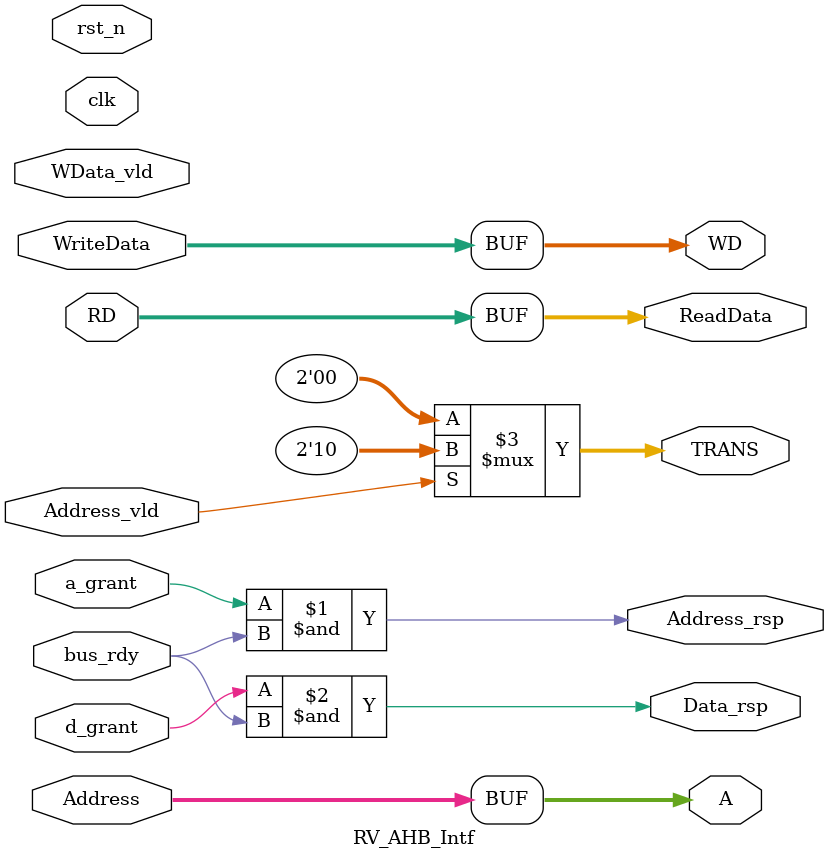
<source format=sv>
module RV_AHB_Intf (
	input clk,    // Clock
	input rst_n,  // Asynchronous reset active low
	input Address_vld,
	input [31:0] Address,
	output logic Address_rsp,

	input WData_vld,
	output logic [31:0] ReadData,
	input        [31:0] WriteData,
	output logic Data_rsp,

	output [1:0]  TRANS,
	output [31:0] A,
	output [31:0] WD,
	input  [31:0] RD,
	input  bus_rdy,
	input  d_grant,
	input  a_grant
);
assign Address_rsp=a_grant&bus_rdy;
assign Data_rsp   =d_grant&bus_rdy;
assign TRANS 	  =(Address_vld)?2'd2:2'd0;
assign A = Address;
assign ReadData=RD;
assign WD= WriteData;
endmodule : RV_AHB_Intf
</source>
